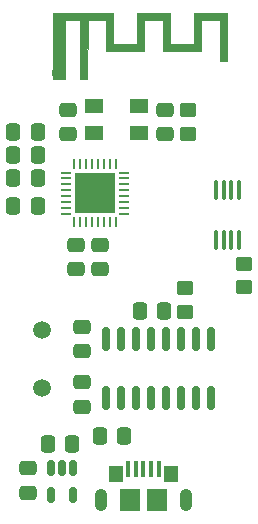
<source format=gbr>
%TF.GenerationSoftware,KiCad,Pcbnew,(6.0.2)*%
%TF.CreationDate,2022-03-11T22:28:15+02:00*%
%TF.ProjectId,project1,70726f6a-6563-4743-912e-6b696361645f,rev?*%
%TF.SameCoordinates,Original*%
%TF.FileFunction,Soldermask,Top*%
%TF.FilePolarity,Negative*%
%FSLAX46Y46*%
G04 Gerber Fmt 4.6, Leading zero omitted, Abs format (unit mm)*
G04 Created by KiCad (PCBNEW (6.0.2)) date 2022-03-11 22:28:15*
%MOMM*%
%LPD*%
G01*
G04 APERTURE LIST*
G04 Aperture macros list*
%AMRoundRect*
0 Rectangle with rounded corners*
0 $1 Rounding radius*
0 $2 $3 $4 $5 $6 $7 $8 $9 X,Y pos of 4 corners*
0 Add a 4 corners polygon primitive as box body*
4,1,4,$2,$3,$4,$5,$6,$7,$8,$9,$2,$3,0*
0 Add four circle primitives for the rounded corners*
1,1,$1+$1,$2,$3*
1,1,$1+$1,$4,$5*
1,1,$1+$1,$6,$7*
1,1,$1+$1,$8,$9*
0 Add four rect primitives between the rounded corners*
20,1,$1+$1,$2,$3,$4,$5,0*
20,1,$1+$1,$4,$5,$6,$7,0*
20,1,$1+$1,$6,$7,$8,$9,0*
20,1,$1+$1,$8,$9,$2,$3,0*%
G04 Aperture macros list end*
%ADD10C,0.120000*%
%ADD11RoundRect,0.250000X-0.337500X-0.475000X0.337500X-0.475000X0.337500X0.475000X-0.337500X0.475000X0*%
%ADD12RoundRect,0.250000X0.450000X-0.350000X0.450000X0.350000X-0.450000X0.350000X-0.450000X-0.350000X0*%
%ADD13RoundRect,0.250000X0.337500X0.475000X-0.337500X0.475000X-0.337500X-0.475000X0.337500X-0.475000X0*%
%ADD14RoundRect,0.150000X-0.150000X0.825000X-0.150000X-0.825000X0.150000X-0.825000X0.150000X0.825000X0*%
%ADD15RoundRect,0.250000X0.475000X-0.337500X0.475000X0.337500X-0.475000X0.337500X-0.475000X-0.337500X0*%
%ADD16RoundRect,0.250000X-0.450000X0.350000X-0.450000X-0.350000X0.450000X-0.350000X0.450000X0.350000X0*%
%ADD17C,1.500000*%
%ADD18RoundRect,0.100000X-0.100000X0.712500X-0.100000X-0.712500X0.100000X-0.712500X0.100000X0.712500X0*%
%ADD19RoundRect,0.150000X-0.150000X0.512500X-0.150000X-0.512500X0.150000X-0.512500X0.150000X0.512500X0*%
%ADD20RoundRect,0.062500X-0.375000X-0.062500X0.375000X-0.062500X0.375000X0.062500X-0.375000X0.062500X0*%
%ADD21RoundRect,0.062500X-0.062500X-0.375000X0.062500X-0.375000X0.062500X0.375000X-0.062500X0.375000X0*%
%ADD22R,3.450000X3.450000*%
%ADD23RoundRect,0.250000X-0.475000X0.337500X-0.475000X-0.337500X0.475000X-0.337500X0.475000X0.337500X0*%
%ADD24R,0.400000X1.400000*%
%ADD25R,1.750000X1.900000*%
%ADD26O,1.050000X1.900000*%
%ADD27R,1.150000X1.450000*%
%ADD28R,1.600000X1.300000*%
%ADD29RoundRect,0.254000X-0.304800X-0.254000X0.304800X-0.254000X0.304800X0.254000X-0.304800X0.254000X0*%
%ADD30RoundRect,0.177800X-0.177800X-0.330200X0.177800X-0.330200X0.177800X0.330200X-0.177800X0.330200X0*%
G04 APERTURE END LIST*
D10*
%TO.C,J2*%
X67221100Y-94411800D02*
X69202300Y-94411800D01*
X69202300Y-94411800D02*
X69202300Y-91770200D01*
X69202300Y-91770200D02*
X72047100Y-91770200D01*
X72047100Y-91770200D02*
X72047100Y-95834200D01*
X72047100Y-95834200D02*
X71437500Y-95834200D01*
X71437500Y-95834200D02*
X71437500Y-92405200D01*
X71437500Y-92405200D02*
X69811295Y-92390591D01*
X69811295Y-92390591D02*
X69811900Y-95021400D01*
X69811900Y-95021400D02*
X66611500Y-95021400D01*
X66611500Y-95021400D02*
X66611500Y-92379800D01*
X66611500Y-92379800D02*
X65011300Y-92379800D01*
X65011300Y-92379800D02*
X64985900Y-95021400D01*
X64985900Y-95021400D02*
X61785572Y-95015841D01*
X61785572Y-95015841D02*
X61785500Y-92379800D01*
X61785500Y-92379800D02*
X60236100Y-92405200D01*
X60236100Y-92405200D02*
X60210700Y-97358200D01*
X60210700Y-97358200D02*
X59601100Y-97358200D01*
X59601100Y-97358200D02*
X59575700Y-92379800D01*
X59575700Y-92379800D02*
X58280300Y-92379800D01*
X58280300Y-92379800D02*
X58280300Y-97358200D01*
X58280300Y-97358200D02*
X57264300Y-97358200D01*
X57264300Y-97358200D02*
X57264300Y-91770200D01*
X57264300Y-91770200D02*
X62395100Y-91770200D01*
X62395100Y-91770200D02*
X62395099Y-94411799D01*
X62395099Y-94411799D02*
X62979471Y-94411799D01*
X62979471Y-94411799D02*
X64376300Y-94411800D01*
X64376300Y-94411800D02*
X64376698Y-91778664D01*
X64376698Y-91778664D02*
X67221100Y-91770200D01*
X67221100Y-91770200D02*
X67221100Y-94411800D01*
G36*
X62395099Y-94411799D02*
G01*
X62979471Y-94411799D01*
X64376300Y-94411800D01*
X64376698Y-91778664D01*
X67221100Y-91770200D01*
X67221100Y-94411800D01*
X69202300Y-94411800D01*
X69202300Y-91770200D01*
X72047100Y-91770200D01*
X72047100Y-95834200D01*
X71437500Y-95834200D01*
X71437500Y-92405200D01*
X69811295Y-92390591D01*
X69811900Y-95021400D01*
X66611500Y-95021400D01*
X66611500Y-92379800D01*
X65011300Y-92379800D01*
X64985900Y-95021400D01*
X61785572Y-95015841D01*
X61785500Y-92379800D01*
X60236100Y-92405200D01*
X60210700Y-97358200D01*
X59601100Y-97358200D01*
X59575700Y-92379800D01*
X58280300Y-92379800D01*
X58280300Y-97358200D01*
X57264300Y-97358200D01*
X57264300Y-91770200D01*
X62395100Y-91770200D01*
X62395099Y-94411799D01*
G37*
X62395099Y-94411799D02*
X62979471Y-94411799D01*
X64376300Y-94411800D01*
X64376698Y-91778664D01*
X67221100Y-91770200D01*
X67221100Y-94411800D01*
X69202300Y-94411800D01*
X69202300Y-91770200D01*
X72047100Y-91770200D01*
X72047100Y-95834200D01*
X71437500Y-95834200D01*
X71437500Y-92405200D01*
X69811295Y-92390591D01*
X69811900Y-95021400D01*
X66611500Y-95021400D01*
X66611500Y-92379800D01*
X65011300Y-92379800D01*
X64985900Y-95021400D01*
X61785572Y-95015841D01*
X61785500Y-92379800D01*
X60236100Y-92405200D01*
X60210700Y-97358200D01*
X59601100Y-97358200D01*
X59575700Y-92379800D01*
X58280300Y-92379800D01*
X58280300Y-97358200D01*
X57264300Y-97358200D01*
X57264300Y-91770200D01*
X62395100Y-91770200D01*
X62395099Y-94411799D01*
%TD*%
D11*
%TO.C,C9*%
X53921000Y-103858900D03*
X55996000Y-103858900D03*
%TD*%
D12*
%TO.C,R1*%
X68700000Y-102012500D03*
X68700000Y-100012500D03*
%TD*%
D13*
%TO.C,C1*%
X66702300Y-117023400D03*
X64627300Y-117023400D03*
%TD*%
D14*
%TO.C,U1*%
X70668600Y-119425200D03*
X69398600Y-119425200D03*
X68128600Y-119425200D03*
X66858600Y-119425200D03*
X65588600Y-119425200D03*
X64318600Y-119425200D03*
X63048600Y-119425200D03*
X61778600Y-119425200D03*
X61778600Y-124375200D03*
X63048600Y-124375200D03*
X64318600Y-124375200D03*
X65588600Y-124375200D03*
X66858600Y-124375200D03*
X68128600Y-124375200D03*
X69398600Y-124375200D03*
X70668600Y-124375200D03*
%TD*%
D15*
%TO.C,C13*%
X66781000Y-102058900D03*
X66781000Y-99983900D03*
%TD*%
%TO.C,C3*%
X59766400Y-120452400D03*
X59766400Y-118377400D03*
%TD*%
D16*
%TO.C,R3*%
X68509600Y-115074200D03*
X68509600Y-117074200D03*
%TD*%
D11*
%TO.C,C11*%
X53921000Y-105808700D03*
X55996000Y-105808700D03*
%TD*%
D17*
%TO.C,Y1*%
X56368400Y-123554400D03*
X56368400Y-118674400D03*
%TD*%
D18*
%TO.C,U4*%
X73035000Y-106797500D03*
X72385000Y-106797500D03*
X71735000Y-106797500D03*
X71085000Y-106797500D03*
X71085000Y-111022500D03*
X71735000Y-111022500D03*
X72385000Y-111022500D03*
X73035000Y-111022500D03*
%TD*%
D19*
%TO.C,U2*%
X59020200Y-130338500D03*
X58070200Y-130338500D03*
X57120200Y-130338500D03*
X57120200Y-132613500D03*
X59020200Y-132613500D03*
%TD*%
D11*
%TO.C,L1*%
X53921000Y-101909100D03*
X55996000Y-101909100D03*
%TD*%
D12*
%TO.C,R2*%
X73490000Y-115020000D03*
X73490000Y-113020000D03*
%TD*%
D11*
%TO.C,C6*%
X53921000Y-108141100D03*
X55996000Y-108141100D03*
%TD*%
D20*
%TO.C,U3*%
X58412500Y-105312500D03*
X58412500Y-105812500D03*
X58412500Y-106312500D03*
X58412500Y-106812500D03*
X58412500Y-107312500D03*
X58412500Y-107812500D03*
X58412500Y-108312500D03*
X58412500Y-108812500D03*
D21*
X59100000Y-109500000D03*
X59600000Y-109500000D03*
X60100000Y-109500000D03*
X60600000Y-109500000D03*
X61100000Y-109500000D03*
X61600000Y-109500000D03*
X62100000Y-109500000D03*
X62600000Y-109500000D03*
D20*
X63287500Y-108812500D03*
X63287500Y-108312500D03*
X63287500Y-107812500D03*
X63287500Y-107312500D03*
X63287500Y-106812500D03*
X63287500Y-106312500D03*
X63287500Y-105812500D03*
X63287500Y-105312500D03*
D21*
X62600000Y-104625000D03*
X62100000Y-104625000D03*
X61600000Y-104625000D03*
X61100000Y-104625000D03*
X60600000Y-104625000D03*
X60100000Y-104625000D03*
X59600000Y-104625000D03*
X59100000Y-104625000D03*
D22*
X60850000Y-107062500D03*
%TD*%
D15*
%TO.C,C4*%
X59260000Y-113510000D03*
X59260000Y-111435000D03*
%TD*%
D23*
%TO.C,C10*%
X55200000Y-130336900D03*
X55200000Y-132411900D03*
%TD*%
D11*
%TO.C,C7*%
X61249100Y-127640600D03*
X63324100Y-127640600D03*
%TD*%
D15*
%TO.C,C5*%
X61241200Y-113510000D03*
X61241200Y-111435000D03*
%TD*%
D24*
%TO.C,J1*%
X63653600Y-130407000D03*
X64303600Y-130407000D03*
X64953600Y-130407000D03*
X65603600Y-130407000D03*
X66253600Y-130407000D03*
D25*
X63828600Y-133057000D03*
D26*
X68528600Y-133057000D03*
D27*
X62633600Y-130827000D03*
D26*
X61378600Y-133057000D03*
D27*
X67273600Y-130827000D03*
D25*
X66078600Y-133057000D03*
%TD*%
D13*
%TO.C,C8*%
X58927700Y-128326400D03*
X56852700Y-128326400D03*
%TD*%
D23*
%TO.C,C2*%
X59766400Y-123043200D03*
X59766400Y-125118200D03*
%TD*%
%TO.C,C12*%
X58596000Y-99971400D03*
X58596000Y-102046400D03*
%TD*%
D28*
%TO.C,Y2*%
X60781000Y-101951400D03*
X64581000Y-101951400D03*
X64581000Y-99651400D03*
X60781000Y-99651400D03*
%TD*%
D29*
%TO.C,J2*%
X57772300Y-96901000D03*
D30*
X59905900Y-96901000D03*
%TD*%
M02*

</source>
